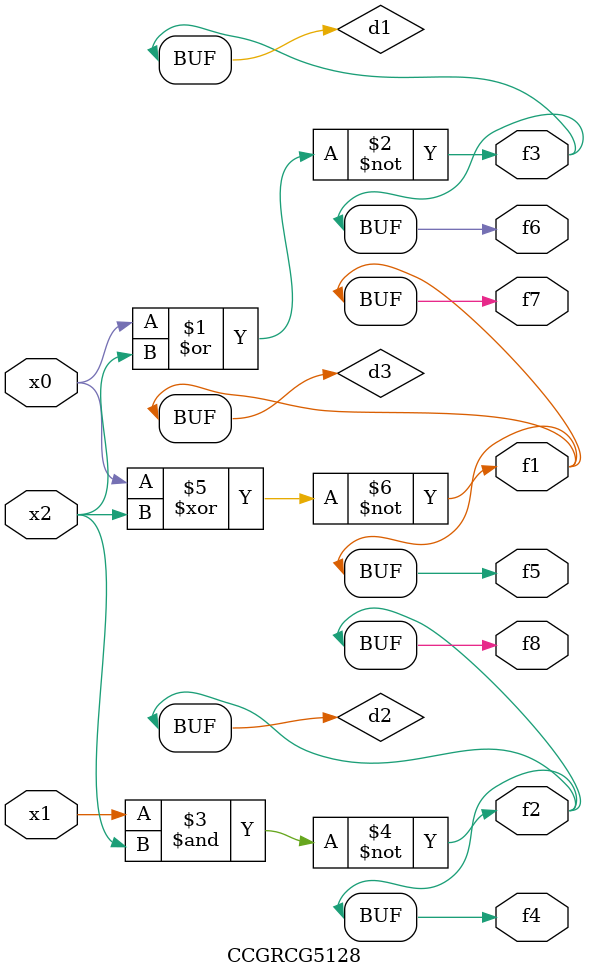
<source format=v>
module CCGRCG5128(
	input x0, x1, x2,
	output f1, f2, f3, f4, f5, f6, f7, f8
);

	wire d1, d2, d3;

	nor (d1, x0, x2);
	nand (d2, x1, x2);
	xnor (d3, x0, x2);
	assign f1 = d3;
	assign f2 = d2;
	assign f3 = d1;
	assign f4 = d2;
	assign f5 = d3;
	assign f6 = d1;
	assign f7 = d3;
	assign f8 = d2;
endmodule

</source>
